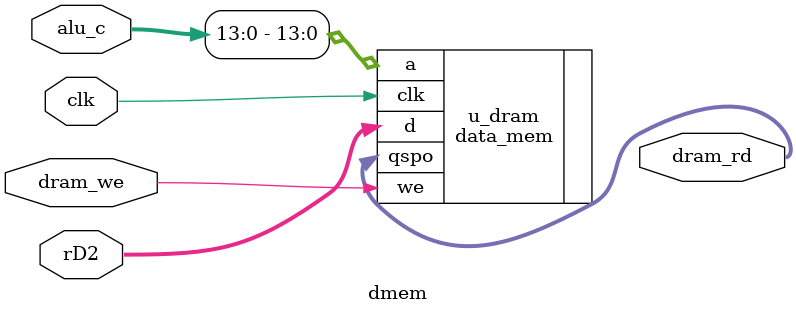
<source format=v>
`timescale 1ns / 1ps


module dmem(
    input clk,
    input dram_we,
    input [31:0] alu_c,
    input [31:0] rD2,
    output reg [31:0] dram_rd
    );
    
    data_mem u_dram(
        .clk(clk),
        .we(dram_we),
        .a(alu_c[13:0]),
        .d(rD2),
        .qspo(dram_rd)
    );
    
    
endmodule

</source>
